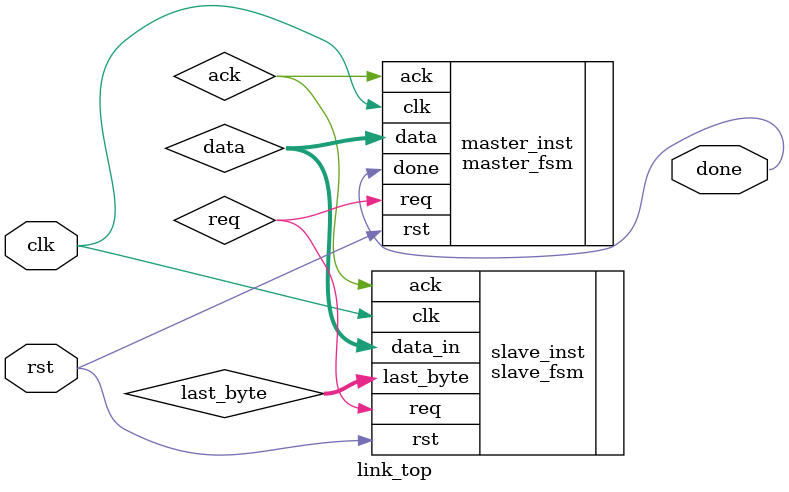
<source format=v>
module link_top(
  input  wire clk,
  input  wire rst,
  output wire done
);

  wire req, ack;
  wire [7:0] data;
  wire [7:0] last_byte;

  master_fsm master_inst(
    .clk(clk), .rst(rst), .ack(ack),
    .req(req), .data(data), .done(done)
  );

  slave_fsm slave_inst(
    .clk(clk), .rst(rst), .req(req),
    .data_in(data), .ack(ack), .last_byte(last_byte)
  );

endmodule

</source>
